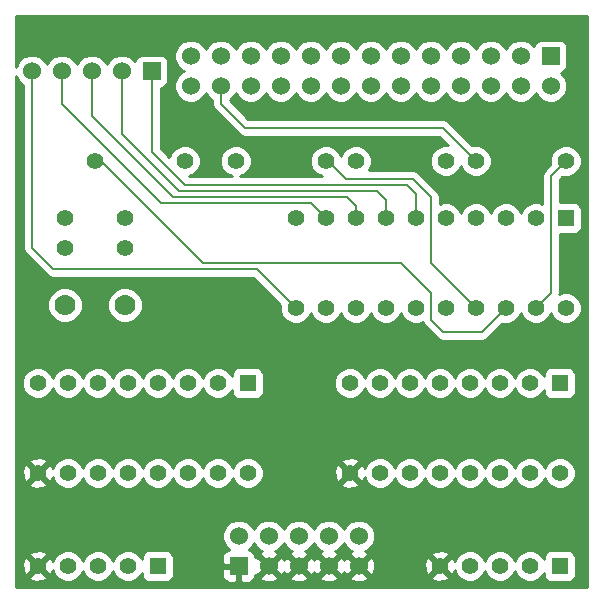
<source format=gtl>
G04 (created by PCBNEW-RS274X (2011-05-25)-stable) date Ut 23. jún 2015, 15:15:57 CEST*
G01*
G70*
G90*
%MOIN*%
G04 Gerber Fmt 3.4, Leading zero omitted, Abs format*
%FSLAX34Y34*%
G04 APERTURE LIST*
%ADD10C,0.006000*%
%ADD11R,0.055000X0.055000*%
%ADD12C,0.055000*%
%ADD13R,0.060000X0.060000*%
%ADD14C,0.060000*%
%ADD15C,0.070000*%
%ADD16C,0.008000*%
%ADD17C,0.010000*%
G04 APERTURE END LIST*
G54D10*
G54D11*
X28300Y-28500D03*
G54D12*
X27300Y-28500D03*
X26300Y-28500D03*
X25300Y-28500D03*
X24300Y-28500D03*
G54D11*
X14900Y-28500D03*
G54D12*
X13900Y-28500D03*
X12900Y-28500D03*
X11900Y-28500D03*
X10900Y-28500D03*
X20500Y-15000D03*
X17500Y-15000D03*
X12800Y-15000D03*
X15800Y-15000D03*
X28500Y-15000D03*
X25500Y-15000D03*
X24500Y-15000D03*
X21500Y-15000D03*
G54D13*
X17600Y-28500D03*
G54D14*
X17600Y-27500D03*
X18600Y-28500D03*
X18600Y-27500D03*
X19600Y-28500D03*
X19600Y-27500D03*
X20600Y-28500D03*
X20600Y-27500D03*
X21600Y-28500D03*
X21600Y-27500D03*
G54D13*
X14700Y-12000D03*
G54D14*
X13700Y-12000D03*
X12700Y-12000D03*
X11700Y-12000D03*
X10700Y-12000D03*
G54D15*
X11800Y-19800D03*
X13800Y-19800D03*
G54D11*
X28500Y-16900D03*
G54D12*
X27500Y-16900D03*
X26500Y-16900D03*
X25500Y-16900D03*
X24500Y-16900D03*
X23500Y-16900D03*
X22500Y-16900D03*
X21500Y-16900D03*
X20500Y-16900D03*
X19500Y-16900D03*
X19500Y-19900D03*
X20500Y-19900D03*
X21500Y-19900D03*
X22500Y-19900D03*
X23500Y-19900D03*
X24500Y-19900D03*
X25500Y-19900D03*
X26500Y-19900D03*
X27500Y-19900D03*
X28500Y-19900D03*
G54D11*
X28300Y-22400D03*
G54D12*
X27300Y-22400D03*
X26300Y-22400D03*
X25300Y-22400D03*
X24300Y-22400D03*
X23300Y-22400D03*
X22300Y-22400D03*
X21300Y-22400D03*
X21300Y-25400D03*
X22300Y-25400D03*
X23300Y-25400D03*
X24300Y-25400D03*
X25300Y-25400D03*
X26300Y-25400D03*
X27300Y-25400D03*
X28300Y-25400D03*
G54D11*
X17900Y-22400D03*
G54D12*
X16900Y-22400D03*
X15900Y-22400D03*
X14900Y-22400D03*
X13900Y-22400D03*
X12900Y-22400D03*
X11900Y-22400D03*
X10900Y-22400D03*
X10900Y-25400D03*
X11900Y-25400D03*
X12900Y-25400D03*
X13900Y-25400D03*
X14900Y-25400D03*
X15900Y-25400D03*
X16900Y-25400D03*
X17900Y-25400D03*
X11800Y-17900D03*
X11800Y-16900D03*
X13800Y-17900D03*
X13800Y-16900D03*
G54D13*
X28000Y-11500D03*
G54D14*
X28000Y-12500D03*
X27000Y-11500D03*
X27000Y-12500D03*
X26000Y-11500D03*
X26000Y-12500D03*
X25000Y-11500D03*
X25000Y-12500D03*
X24000Y-11500D03*
X24000Y-12500D03*
X23000Y-11500D03*
X23000Y-12500D03*
X22000Y-11500D03*
X22000Y-12500D03*
X21000Y-11500D03*
X21000Y-12500D03*
X20000Y-11500D03*
X20000Y-12500D03*
X19000Y-11500D03*
X19000Y-12500D03*
X18000Y-11500D03*
X18000Y-12500D03*
X17000Y-11500D03*
X17000Y-12500D03*
X16000Y-11500D03*
X16000Y-12500D03*
G54D16*
X10700Y-12000D02*
X10700Y-17900D01*
X18200Y-18600D02*
X19500Y-19900D01*
X11400Y-18600D02*
X18200Y-18600D01*
X10700Y-17900D02*
X11400Y-18600D01*
X21500Y-16900D02*
X21500Y-16500D01*
X12700Y-13500D02*
X12700Y-12000D01*
X15400Y-16200D02*
X12700Y-13500D01*
X21200Y-16200D02*
X15400Y-16200D01*
X21500Y-16500D02*
X21200Y-16200D01*
X23500Y-16900D02*
X23500Y-16100D01*
X14700Y-14700D02*
X14700Y-12000D01*
X15800Y-15800D02*
X14700Y-14700D01*
X23200Y-15800D02*
X15800Y-15800D01*
X23500Y-16100D02*
X23200Y-15800D01*
X12800Y-15000D02*
X13000Y-15000D01*
X25700Y-20700D02*
X26500Y-19900D01*
X24400Y-20700D02*
X25700Y-20700D01*
X24000Y-20300D02*
X24400Y-20700D01*
X24000Y-19400D02*
X24000Y-20300D01*
X23000Y-18400D02*
X24000Y-19400D01*
X16400Y-18400D02*
X23000Y-18400D01*
X13000Y-15000D02*
X16400Y-18400D01*
X27500Y-19900D02*
X28000Y-19400D01*
X28000Y-15500D02*
X28500Y-15000D01*
X28000Y-19400D02*
X28000Y-15500D01*
X20500Y-16900D02*
X20000Y-16400D01*
X11700Y-13100D02*
X11700Y-12000D01*
X15000Y-16400D02*
X11700Y-13100D01*
X20000Y-16400D02*
X15000Y-16400D01*
X22500Y-16900D02*
X22500Y-16300D01*
X13700Y-14100D02*
X13700Y-12000D01*
X15600Y-16000D02*
X13700Y-14100D01*
X22200Y-16000D02*
X15600Y-16000D01*
X22500Y-16300D02*
X22200Y-16000D01*
X17000Y-12500D02*
X17000Y-13100D01*
X24400Y-13900D02*
X25500Y-15000D01*
X17800Y-13900D02*
X24400Y-13900D01*
X17000Y-13100D02*
X17800Y-13900D01*
X20500Y-15000D02*
X20582Y-15000D01*
X24000Y-18400D02*
X25500Y-19900D01*
X24000Y-16200D02*
X24000Y-18400D01*
X23400Y-15600D02*
X24000Y-16200D01*
X21182Y-15600D02*
X23400Y-15600D01*
X20582Y-15000D02*
X21182Y-15600D01*
G54D10*
G36*
X29203Y-29203D02*
X28825Y-29203D01*
X28825Y-25505D01*
X28825Y-25296D01*
X28824Y-25293D01*
X28824Y-22725D01*
X28824Y-22626D01*
X28824Y-22076D01*
X28786Y-21984D01*
X28716Y-21914D01*
X28625Y-21876D01*
X28526Y-21876D01*
X27976Y-21876D01*
X27884Y-21914D01*
X27814Y-21984D01*
X27776Y-22075D01*
X27776Y-22174D01*
X27776Y-22177D01*
X27745Y-22103D01*
X27598Y-21955D01*
X27405Y-21875D01*
X27196Y-21875D01*
X27003Y-21955D01*
X26855Y-22102D01*
X26799Y-22235D01*
X26745Y-22103D01*
X26598Y-21955D01*
X26405Y-21875D01*
X26196Y-21875D01*
X26003Y-21955D01*
X25855Y-22102D01*
X25799Y-22235D01*
X25745Y-22103D01*
X25598Y-21955D01*
X25405Y-21875D01*
X25196Y-21875D01*
X25003Y-21955D01*
X24855Y-22102D01*
X24799Y-22235D01*
X24745Y-22103D01*
X24598Y-21955D01*
X24405Y-21875D01*
X24196Y-21875D01*
X24003Y-21955D01*
X23855Y-22102D01*
X23799Y-22235D01*
X23745Y-22103D01*
X23598Y-21955D01*
X23405Y-21875D01*
X23196Y-21875D01*
X23003Y-21955D01*
X22855Y-22102D01*
X22799Y-22235D01*
X22745Y-22103D01*
X22598Y-21955D01*
X22405Y-21875D01*
X22196Y-21875D01*
X22003Y-21955D01*
X21855Y-22102D01*
X21799Y-22235D01*
X21745Y-22103D01*
X21598Y-21955D01*
X21405Y-21875D01*
X21196Y-21875D01*
X21003Y-21955D01*
X20855Y-22102D01*
X20775Y-22295D01*
X20775Y-22504D01*
X20855Y-22697D01*
X21002Y-22845D01*
X21195Y-22925D01*
X21404Y-22925D01*
X21597Y-22845D01*
X21745Y-22698D01*
X21800Y-22564D01*
X21855Y-22697D01*
X22002Y-22845D01*
X22195Y-22925D01*
X22404Y-22925D01*
X22597Y-22845D01*
X22745Y-22698D01*
X22800Y-22564D01*
X22855Y-22697D01*
X23002Y-22845D01*
X23195Y-22925D01*
X23404Y-22925D01*
X23597Y-22845D01*
X23745Y-22698D01*
X23800Y-22564D01*
X23855Y-22697D01*
X24002Y-22845D01*
X24195Y-22925D01*
X24404Y-22925D01*
X24597Y-22845D01*
X24745Y-22698D01*
X24800Y-22564D01*
X24855Y-22697D01*
X25002Y-22845D01*
X25195Y-22925D01*
X25404Y-22925D01*
X25597Y-22845D01*
X25745Y-22698D01*
X25800Y-22564D01*
X25855Y-22697D01*
X26002Y-22845D01*
X26195Y-22925D01*
X26404Y-22925D01*
X26597Y-22845D01*
X26745Y-22698D01*
X26800Y-22564D01*
X26855Y-22697D01*
X27002Y-22845D01*
X27195Y-22925D01*
X27404Y-22925D01*
X27597Y-22845D01*
X27745Y-22698D01*
X27776Y-22623D01*
X27776Y-22724D01*
X27814Y-22816D01*
X27884Y-22886D01*
X27975Y-22924D01*
X28074Y-22924D01*
X28624Y-22924D01*
X28716Y-22886D01*
X28786Y-22816D01*
X28824Y-22725D01*
X28824Y-25293D01*
X28745Y-25103D01*
X28598Y-24955D01*
X28405Y-24875D01*
X28196Y-24875D01*
X28003Y-24955D01*
X27855Y-25102D01*
X27799Y-25235D01*
X27745Y-25103D01*
X27598Y-24955D01*
X27405Y-24875D01*
X27196Y-24875D01*
X27003Y-24955D01*
X26855Y-25102D01*
X26799Y-25235D01*
X26745Y-25103D01*
X26598Y-24955D01*
X26405Y-24875D01*
X26196Y-24875D01*
X26003Y-24955D01*
X25855Y-25102D01*
X25799Y-25235D01*
X25745Y-25103D01*
X25598Y-24955D01*
X25405Y-24875D01*
X25196Y-24875D01*
X25003Y-24955D01*
X24855Y-25102D01*
X24799Y-25235D01*
X24745Y-25103D01*
X24598Y-24955D01*
X24405Y-24875D01*
X24196Y-24875D01*
X24003Y-24955D01*
X23855Y-25102D01*
X23799Y-25235D01*
X23745Y-25103D01*
X23598Y-24955D01*
X23405Y-24875D01*
X23196Y-24875D01*
X23003Y-24955D01*
X22855Y-25102D01*
X22799Y-25235D01*
X22745Y-25103D01*
X22598Y-24955D01*
X22405Y-24875D01*
X22196Y-24875D01*
X22003Y-24955D01*
X21855Y-25102D01*
X21796Y-25242D01*
X21752Y-25133D01*
X21661Y-25110D01*
X21590Y-25181D01*
X21590Y-25039D01*
X21567Y-24948D01*
X21374Y-24881D01*
X21170Y-24892D01*
X21033Y-24948D01*
X21010Y-25039D01*
X21300Y-25329D01*
X21590Y-25039D01*
X21590Y-25181D01*
X21371Y-25400D01*
X21661Y-25690D01*
X21752Y-25667D01*
X21793Y-25548D01*
X21855Y-25697D01*
X22002Y-25845D01*
X22195Y-25925D01*
X22404Y-25925D01*
X22597Y-25845D01*
X22745Y-25698D01*
X22800Y-25564D01*
X22855Y-25697D01*
X23002Y-25845D01*
X23195Y-25925D01*
X23404Y-25925D01*
X23597Y-25845D01*
X23745Y-25698D01*
X23800Y-25564D01*
X23855Y-25697D01*
X24002Y-25845D01*
X24195Y-25925D01*
X24404Y-25925D01*
X24597Y-25845D01*
X24745Y-25698D01*
X24800Y-25564D01*
X24855Y-25697D01*
X25002Y-25845D01*
X25195Y-25925D01*
X25404Y-25925D01*
X25597Y-25845D01*
X25745Y-25698D01*
X25800Y-25564D01*
X25855Y-25697D01*
X26002Y-25845D01*
X26195Y-25925D01*
X26404Y-25925D01*
X26597Y-25845D01*
X26745Y-25698D01*
X26800Y-25564D01*
X26855Y-25697D01*
X27002Y-25845D01*
X27195Y-25925D01*
X27404Y-25925D01*
X27597Y-25845D01*
X27745Y-25698D01*
X27800Y-25564D01*
X27855Y-25697D01*
X28002Y-25845D01*
X28195Y-25925D01*
X28404Y-25925D01*
X28597Y-25845D01*
X28745Y-25698D01*
X28825Y-25505D01*
X28825Y-29203D01*
X28824Y-29203D01*
X28824Y-28825D01*
X28824Y-28726D01*
X28824Y-28176D01*
X28786Y-28084D01*
X28716Y-28014D01*
X28625Y-27976D01*
X28526Y-27976D01*
X27976Y-27976D01*
X27884Y-28014D01*
X27814Y-28084D01*
X27776Y-28175D01*
X27776Y-28274D01*
X27776Y-28277D01*
X27745Y-28203D01*
X27598Y-28055D01*
X27405Y-27975D01*
X27196Y-27975D01*
X27003Y-28055D01*
X26855Y-28202D01*
X26799Y-28335D01*
X26745Y-28203D01*
X26598Y-28055D01*
X26405Y-27975D01*
X26196Y-27975D01*
X26003Y-28055D01*
X25855Y-28202D01*
X25799Y-28335D01*
X25745Y-28203D01*
X25598Y-28055D01*
X25405Y-27975D01*
X25196Y-27975D01*
X25003Y-28055D01*
X24855Y-28202D01*
X24796Y-28342D01*
X24752Y-28233D01*
X24661Y-28210D01*
X24590Y-28281D01*
X24590Y-28139D01*
X24567Y-28048D01*
X24374Y-27981D01*
X24170Y-27992D01*
X24033Y-28048D01*
X24010Y-28139D01*
X24300Y-28429D01*
X24590Y-28139D01*
X24590Y-28281D01*
X24371Y-28500D01*
X24661Y-28790D01*
X24752Y-28767D01*
X24793Y-28648D01*
X24855Y-28797D01*
X25002Y-28945D01*
X25195Y-29025D01*
X25404Y-29025D01*
X25597Y-28945D01*
X25745Y-28798D01*
X25800Y-28664D01*
X25855Y-28797D01*
X26002Y-28945D01*
X26195Y-29025D01*
X26404Y-29025D01*
X26597Y-28945D01*
X26745Y-28798D01*
X26800Y-28664D01*
X26855Y-28797D01*
X27002Y-28945D01*
X27195Y-29025D01*
X27404Y-29025D01*
X27597Y-28945D01*
X27745Y-28798D01*
X27776Y-28723D01*
X27776Y-28824D01*
X27814Y-28916D01*
X27884Y-28986D01*
X27975Y-29024D01*
X28074Y-29024D01*
X28624Y-29024D01*
X28716Y-28986D01*
X28786Y-28916D01*
X28824Y-28825D01*
X28824Y-29203D01*
X24590Y-29203D01*
X24590Y-28861D01*
X24300Y-28571D01*
X24229Y-28642D01*
X24229Y-28500D01*
X23939Y-28210D01*
X23848Y-28233D01*
X23781Y-28426D01*
X23792Y-28630D01*
X23848Y-28767D01*
X23939Y-28790D01*
X24229Y-28500D01*
X24229Y-28642D01*
X24010Y-28861D01*
X24033Y-28952D01*
X24226Y-29019D01*
X24430Y-29008D01*
X24567Y-28952D01*
X24590Y-28861D01*
X24590Y-29203D01*
X22149Y-29203D01*
X22149Y-27609D01*
X22149Y-27391D01*
X22065Y-27189D01*
X21911Y-27035D01*
X21709Y-26951D01*
X21590Y-26951D01*
X21590Y-25761D01*
X21300Y-25471D01*
X21229Y-25542D01*
X21229Y-25400D01*
X20939Y-25110D01*
X20848Y-25133D01*
X20781Y-25326D01*
X20792Y-25530D01*
X20848Y-25667D01*
X20939Y-25690D01*
X21229Y-25400D01*
X21229Y-25542D01*
X21010Y-25761D01*
X21033Y-25852D01*
X21226Y-25919D01*
X21430Y-25908D01*
X21567Y-25852D01*
X21590Y-25761D01*
X21590Y-26951D01*
X21491Y-26951D01*
X21289Y-27035D01*
X21135Y-27189D01*
X21100Y-27273D01*
X21065Y-27189D01*
X20911Y-27035D01*
X20709Y-26951D01*
X20491Y-26951D01*
X20289Y-27035D01*
X20135Y-27189D01*
X20100Y-27273D01*
X20065Y-27189D01*
X19911Y-27035D01*
X19709Y-26951D01*
X19491Y-26951D01*
X19289Y-27035D01*
X19135Y-27189D01*
X19100Y-27273D01*
X19065Y-27189D01*
X18911Y-27035D01*
X18709Y-26951D01*
X18491Y-26951D01*
X18425Y-26978D01*
X18425Y-25505D01*
X18425Y-25296D01*
X18424Y-25293D01*
X18424Y-22725D01*
X18424Y-22626D01*
X18424Y-22076D01*
X18386Y-21984D01*
X18316Y-21914D01*
X18225Y-21876D01*
X18126Y-21876D01*
X17576Y-21876D01*
X17484Y-21914D01*
X17414Y-21984D01*
X17376Y-22075D01*
X17376Y-22174D01*
X17376Y-22177D01*
X17345Y-22103D01*
X17198Y-21955D01*
X17005Y-21875D01*
X16796Y-21875D01*
X16603Y-21955D01*
X16455Y-22102D01*
X16399Y-22235D01*
X16345Y-22103D01*
X16198Y-21955D01*
X16005Y-21875D01*
X15796Y-21875D01*
X15603Y-21955D01*
X15455Y-22102D01*
X15399Y-22235D01*
X15345Y-22103D01*
X15198Y-21955D01*
X15005Y-21875D01*
X14796Y-21875D01*
X14603Y-21955D01*
X14455Y-22102D01*
X14399Y-22235D01*
X14399Y-19919D01*
X14399Y-19681D01*
X14308Y-19461D01*
X14139Y-19292D01*
X13919Y-19201D01*
X13681Y-19201D01*
X13461Y-19292D01*
X13292Y-19461D01*
X13201Y-19681D01*
X13201Y-19919D01*
X13292Y-20139D01*
X13461Y-20308D01*
X13681Y-20399D01*
X13919Y-20399D01*
X14139Y-20308D01*
X14308Y-20139D01*
X14399Y-19919D01*
X14399Y-22235D01*
X14345Y-22103D01*
X14198Y-21955D01*
X14005Y-21875D01*
X13796Y-21875D01*
X13603Y-21955D01*
X13455Y-22102D01*
X13399Y-22235D01*
X13345Y-22103D01*
X13198Y-21955D01*
X13005Y-21875D01*
X12796Y-21875D01*
X12603Y-21955D01*
X12455Y-22102D01*
X12399Y-22235D01*
X12399Y-19919D01*
X12399Y-19681D01*
X12308Y-19461D01*
X12139Y-19292D01*
X11919Y-19201D01*
X11681Y-19201D01*
X11461Y-19292D01*
X11292Y-19461D01*
X11201Y-19681D01*
X11201Y-19919D01*
X11292Y-20139D01*
X11461Y-20308D01*
X11681Y-20399D01*
X11919Y-20399D01*
X12139Y-20308D01*
X12308Y-20139D01*
X12399Y-19919D01*
X12399Y-22235D01*
X12345Y-22103D01*
X12198Y-21955D01*
X12005Y-21875D01*
X11796Y-21875D01*
X11603Y-21955D01*
X11455Y-22102D01*
X11399Y-22235D01*
X11345Y-22103D01*
X11198Y-21955D01*
X11005Y-21875D01*
X10796Y-21875D01*
X10603Y-21955D01*
X10455Y-22102D01*
X10375Y-22295D01*
X10375Y-22504D01*
X10455Y-22697D01*
X10602Y-22845D01*
X10795Y-22925D01*
X11004Y-22925D01*
X11197Y-22845D01*
X11345Y-22698D01*
X11400Y-22564D01*
X11455Y-22697D01*
X11602Y-22845D01*
X11795Y-22925D01*
X12004Y-22925D01*
X12197Y-22845D01*
X12345Y-22698D01*
X12400Y-22564D01*
X12455Y-22697D01*
X12602Y-22845D01*
X12795Y-22925D01*
X13004Y-22925D01*
X13197Y-22845D01*
X13345Y-22698D01*
X13400Y-22564D01*
X13455Y-22697D01*
X13602Y-22845D01*
X13795Y-22925D01*
X14004Y-22925D01*
X14197Y-22845D01*
X14345Y-22698D01*
X14400Y-22564D01*
X14455Y-22697D01*
X14602Y-22845D01*
X14795Y-22925D01*
X15004Y-22925D01*
X15197Y-22845D01*
X15345Y-22698D01*
X15400Y-22564D01*
X15455Y-22697D01*
X15602Y-22845D01*
X15795Y-22925D01*
X16004Y-22925D01*
X16197Y-22845D01*
X16345Y-22698D01*
X16400Y-22564D01*
X16455Y-22697D01*
X16602Y-22845D01*
X16795Y-22925D01*
X17004Y-22925D01*
X17197Y-22845D01*
X17345Y-22698D01*
X17376Y-22623D01*
X17376Y-22724D01*
X17414Y-22816D01*
X17484Y-22886D01*
X17575Y-22924D01*
X17674Y-22924D01*
X18224Y-22924D01*
X18316Y-22886D01*
X18386Y-22816D01*
X18424Y-22725D01*
X18424Y-25293D01*
X18345Y-25103D01*
X18198Y-24955D01*
X18005Y-24875D01*
X17796Y-24875D01*
X17603Y-24955D01*
X17455Y-25102D01*
X17399Y-25235D01*
X17345Y-25103D01*
X17198Y-24955D01*
X17005Y-24875D01*
X16796Y-24875D01*
X16603Y-24955D01*
X16455Y-25102D01*
X16399Y-25235D01*
X16345Y-25103D01*
X16198Y-24955D01*
X16005Y-24875D01*
X15796Y-24875D01*
X15603Y-24955D01*
X15455Y-25102D01*
X15399Y-25235D01*
X15345Y-25103D01*
X15198Y-24955D01*
X15005Y-24875D01*
X14796Y-24875D01*
X14603Y-24955D01*
X14455Y-25102D01*
X14399Y-25235D01*
X14345Y-25103D01*
X14198Y-24955D01*
X14005Y-24875D01*
X13796Y-24875D01*
X13603Y-24955D01*
X13455Y-25102D01*
X13399Y-25235D01*
X13345Y-25103D01*
X13198Y-24955D01*
X13005Y-24875D01*
X12796Y-24875D01*
X12603Y-24955D01*
X12455Y-25102D01*
X12399Y-25235D01*
X12345Y-25103D01*
X12198Y-24955D01*
X12005Y-24875D01*
X11796Y-24875D01*
X11603Y-24955D01*
X11455Y-25102D01*
X11396Y-25242D01*
X11352Y-25133D01*
X11261Y-25110D01*
X11190Y-25181D01*
X11190Y-25039D01*
X11167Y-24948D01*
X10974Y-24881D01*
X10770Y-24892D01*
X10633Y-24948D01*
X10610Y-25039D01*
X10900Y-25329D01*
X11190Y-25039D01*
X11190Y-25181D01*
X10971Y-25400D01*
X11261Y-25690D01*
X11352Y-25667D01*
X11393Y-25548D01*
X11455Y-25697D01*
X11602Y-25845D01*
X11795Y-25925D01*
X12004Y-25925D01*
X12197Y-25845D01*
X12345Y-25698D01*
X12400Y-25564D01*
X12455Y-25697D01*
X12602Y-25845D01*
X12795Y-25925D01*
X13004Y-25925D01*
X13197Y-25845D01*
X13345Y-25698D01*
X13400Y-25564D01*
X13455Y-25697D01*
X13602Y-25845D01*
X13795Y-25925D01*
X14004Y-25925D01*
X14197Y-25845D01*
X14345Y-25698D01*
X14400Y-25564D01*
X14455Y-25697D01*
X14602Y-25845D01*
X14795Y-25925D01*
X15004Y-25925D01*
X15197Y-25845D01*
X15345Y-25698D01*
X15400Y-25564D01*
X15455Y-25697D01*
X15602Y-25845D01*
X15795Y-25925D01*
X16004Y-25925D01*
X16197Y-25845D01*
X16345Y-25698D01*
X16400Y-25564D01*
X16455Y-25697D01*
X16602Y-25845D01*
X16795Y-25925D01*
X17004Y-25925D01*
X17197Y-25845D01*
X17345Y-25698D01*
X17400Y-25564D01*
X17455Y-25697D01*
X17602Y-25845D01*
X17795Y-25925D01*
X18004Y-25925D01*
X18197Y-25845D01*
X18345Y-25698D01*
X18425Y-25505D01*
X18425Y-26978D01*
X18289Y-27035D01*
X18135Y-27189D01*
X18100Y-27273D01*
X18065Y-27189D01*
X17911Y-27035D01*
X17709Y-26951D01*
X17491Y-26951D01*
X17289Y-27035D01*
X17135Y-27189D01*
X17051Y-27391D01*
X17051Y-27609D01*
X17135Y-27811D01*
X17274Y-27950D01*
X17251Y-27951D01*
X17159Y-27989D01*
X17089Y-28059D01*
X17051Y-28150D01*
X17051Y-28249D01*
X17050Y-28388D01*
X17112Y-28450D01*
X17500Y-28450D01*
X17550Y-28450D01*
X17650Y-28450D01*
X17650Y-28550D01*
X17650Y-28600D01*
X17650Y-28988D01*
X17712Y-29050D01*
X17949Y-29049D01*
X18041Y-29011D01*
X18111Y-28941D01*
X18149Y-28850D01*
X18149Y-28787D01*
X18222Y-28808D01*
X18529Y-28500D01*
X18222Y-28192D01*
X18149Y-28212D01*
X18149Y-28150D01*
X18111Y-28059D01*
X18041Y-27989D01*
X17949Y-27951D01*
X17925Y-27950D01*
X18065Y-27811D01*
X18100Y-27726D01*
X18135Y-27811D01*
X18289Y-27965D01*
X18380Y-28002D01*
X18319Y-28028D01*
X18292Y-28122D01*
X18600Y-28429D01*
X18908Y-28122D01*
X18881Y-28028D01*
X18815Y-28004D01*
X18911Y-27965D01*
X19065Y-27811D01*
X19100Y-27726D01*
X19135Y-27811D01*
X19289Y-27965D01*
X19380Y-28002D01*
X19319Y-28028D01*
X19292Y-28122D01*
X19600Y-28429D01*
X19908Y-28122D01*
X19881Y-28028D01*
X19815Y-28004D01*
X19911Y-27965D01*
X20065Y-27811D01*
X20100Y-27726D01*
X20135Y-27811D01*
X20289Y-27965D01*
X20380Y-28002D01*
X20319Y-28028D01*
X20292Y-28122D01*
X20600Y-28429D01*
X20908Y-28122D01*
X20881Y-28028D01*
X20815Y-28004D01*
X20911Y-27965D01*
X21065Y-27811D01*
X21100Y-27726D01*
X21135Y-27811D01*
X21289Y-27965D01*
X21380Y-28002D01*
X21319Y-28028D01*
X21292Y-28122D01*
X21600Y-28429D01*
X21908Y-28122D01*
X21881Y-28028D01*
X21815Y-28004D01*
X21911Y-27965D01*
X22065Y-27811D01*
X22149Y-27609D01*
X22149Y-29203D01*
X22143Y-29203D01*
X22143Y-28579D01*
X22132Y-28366D01*
X22072Y-28219D01*
X21978Y-28192D01*
X21671Y-28500D01*
X21978Y-28808D01*
X22072Y-28781D01*
X22143Y-28579D01*
X22143Y-29203D01*
X21908Y-29203D01*
X21908Y-28878D01*
X21600Y-28571D01*
X21529Y-28641D01*
X21529Y-28500D01*
X21222Y-28192D01*
X21128Y-28219D01*
X21102Y-28292D01*
X21072Y-28219D01*
X20978Y-28192D01*
X20671Y-28500D01*
X20978Y-28808D01*
X21072Y-28781D01*
X21097Y-28707D01*
X21128Y-28781D01*
X21222Y-28808D01*
X21529Y-28500D01*
X21529Y-28641D01*
X21292Y-28878D01*
X21319Y-28972D01*
X21521Y-29043D01*
X21734Y-29032D01*
X21881Y-28972D01*
X21908Y-28878D01*
X21908Y-29203D01*
X20908Y-29203D01*
X20908Y-28878D01*
X20600Y-28571D01*
X20529Y-28641D01*
X20529Y-28500D01*
X20222Y-28192D01*
X20128Y-28219D01*
X20102Y-28292D01*
X20072Y-28219D01*
X19978Y-28192D01*
X19671Y-28500D01*
X19978Y-28808D01*
X20072Y-28781D01*
X20097Y-28707D01*
X20128Y-28781D01*
X20222Y-28808D01*
X20529Y-28500D01*
X20529Y-28641D01*
X20292Y-28878D01*
X20319Y-28972D01*
X20521Y-29043D01*
X20734Y-29032D01*
X20881Y-28972D01*
X20908Y-28878D01*
X20908Y-29203D01*
X19908Y-29203D01*
X19908Y-28878D01*
X19600Y-28571D01*
X19529Y-28641D01*
X19529Y-28500D01*
X19222Y-28192D01*
X19128Y-28219D01*
X19102Y-28292D01*
X19072Y-28219D01*
X18978Y-28192D01*
X18671Y-28500D01*
X18978Y-28808D01*
X19072Y-28781D01*
X19097Y-28707D01*
X19128Y-28781D01*
X19222Y-28808D01*
X19529Y-28500D01*
X19529Y-28641D01*
X19292Y-28878D01*
X19319Y-28972D01*
X19521Y-29043D01*
X19734Y-29032D01*
X19881Y-28972D01*
X19908Y-28878D01*
X19908Y-29203D01*
X18908Y-29203D01*
X18908Y-28878D01*
X18600Y-28571D01*
X18292Y-28878D01*
X18319Y-28972D01*
X18521Y-29043D01*
X18734Y-29032D01*
X18881Y-28972D01*
X18908Y-28878D01*
X18908Y-29203D01*
X17550Y-29203D01*
X17550Y-28988D01*
X17550Y-28550D01*
X17112Y-28550D01*
X17050Y-28612D01*
X17051Y-28751D01*
X17051Y-28850D01*
X17089Y-28941D01*
X17159Y-29011D01*
X17251Y-29049D01*
X17488Y-29050D01*
X17550Y-28988D01*
X17550Y-29203D01*
X15424Y-29203D01*
X15424Y-28825D01*
X15424Y-28726D01*
X15424Y-28176D01*
X15386Y-28084D01*
X15316Y-28014D01*
X15225Y-27976D01*
X15126Y-27976D01*
X14576Y-27976D01*
X14484Y-28014D01*
X14414Y-28084D01*
X14376Y-28175D01*
X14376Y-28274D01*
X14376Y-28277D01*
X14345Y-28203D01*
X14198Y-28055D01*
X14005Y-27975D01*
X13796Y-27975D01*
X13603Y-28055D01*
X13455Y-28202D01*
X13399Y-28335D01*
X13345Y-28203D01*
X13198Y-28055D01*
X13005Y-27975D01*
X12796Y-27975D01*
X12603Y-28055D01*
X12455Y-28202D01*
X12399Y-28335D01*
X12345Y-28203D01*
X12198Y-28055D01*
X12005Y-27975D01*
X11796Y-27975D01*
X11603Y-28055D01*
X11455Y-28202D01*
X11396Y-28342D01*
X11352Y-28233D01*
X11261Y-28210D01*
X11190Y-28281D01*
X11190Y-28139D01*
X11190Y-25761D01*
X10900Y-25471D01*
X10829Y-25542D01*
X10829Y-25400D01*
X10539Y-25110D01*
X10448Y-25133D01*
X10381Y-25326D01*
X10392Y-25530D01*
X10448Y-25667D01*
X10539Y-25690D01*
X10829Y-25400D01*
X10829Y-25542D01*
X10610Y-25761D01*
X10633Y-25852D01*
X10826Y-25919D01*
X11030Y-25908D01*
X11167Y-25852D01*
X11190Y-25761D01*
X11190Y-28139D01*
X11167Y-28048D01*
X10974Y-27981D01*
X10770Y-27992D01*
X10633Y-28048D01*
X10610Y-28139D01*
X10900Y-28429D01*
X11190Y-28139D01*
X11190Y-28281D01*
X10971Y-28500D01*
X11261Y-28790D01*
X11352Y-28767D01*
X11393Y-28648D01*
X11455Y-28797D01*
X11602Y-28945D01*
X11795Y-29025D01*
X12004Y-29025D01*
X12197Y-28945D01*
X12345Y-28798D01*
X12400Y-28664D01*
X12455Y-28797D01*
X12602Y-28945D01*
X12795Y-29025D01*
X13004Y-29025D01*
X13197Y-28945D01*
X13345Y-28798D01*
X13400Y-28664D01*
X13455Y-28797D01*
X13602Y-28945D01*
X13795Y-29025D01*
X14004Y-29025D01*
X14197Y-28945D01*
X14345Y-28798D01*
X14376Y-28723D01*
X14376Y-28824D01*
X14414Y-28916D01*
X14484Y-28986D01*
X14575Y-29024D01*
X14674Y-29024D01*
X15224Y-29024D01*
X15316Y-28986D01*
X15386Y-28916D01*
X15424Y-28825D01*
X15424Y-29203D01*
X11190Y-29203D01*
X11190Y-28861D01*
X10900Y-28571D01*
X10829Y-28642D01*
X10829Y-28500D01*
X10539Y-28210D01*
X10448Y-28233D01*
X10381Y-28426D01*
X10392Y-28630D01*
X10448Y-28767D01*
X10539Y-28790D01*
X10829Y-28500D01*
X10829Y-28642D01*
X10610Y-28861D01*
X10633Y-28952D01*
X10826Y-29019D01*
X11030Y-29008D01*
X11167Y-28952D01*
X11190Y-28861D01*
X11190Y-29203D01*
X10168Y-29203D01*
X10168Y-12149D01*
X10235Y-12311D01*
X10389Y-12465D01*
X10410Y-12473D01*
X10410Y-17900D01*
X10432Y-18011D01*
X10495Y-18105D01*
X11194Y-18804D01*
X11195Y-18805D01*
X11288Y-18867D01*
X11289Y-18868D01*
X11399Y-18889D01*
X11400Y-18890D01*
X18080Y-18890D01*
X18977Y-19787D01*
X18975Y-19795D01*
X18975Y-20004D01*
X19055Y-20197D01*
X19202Y-20345D01*
X19395Y-20425D01*
X19604Y-20425D01*
X19797Y-20345D01*
X19945Y-20198D01*
X20000Y-20064D01*
X20055Y-20197D01*
X20202Y-20345D01*
X20395Y-20425D01*
X20604Y-20425D01*
X20797Y-20345D01*
X20945Y-20198D01*
X21000Y-20064D01*
X21055Y-20197D01*
X21202Y-20345D01*
X21395Y-20425D01*
X21604Y-20425D01*
X21797Y-20345D01*
X21945Y-20198D01*
X22000Y-20064D01*
X22055Y-20197D01*
X22202Y-20345D01*
X22395Y-20425D01*
X22604Y-20425D01*
X22797Y-20345D01*
X22945Y-20198D01*
X23000Y-20064D01*
X23055Y-20197D01*
X23202Y-20345D01*
X23395Y-20425D01*
X23604Y-20425D01*
X23724Y-20374D01*
X23732Y-20411D01*
X23795Y-20505D01*
X24194Y-20905D01*
X24195Y-20905D01*
X24288Y-20968D01*
X24289Y-20968D01*
X24306Y-20971D01*
X24400Y-20990D01*
X25700Y-20990D01*
X25811Y-20968D01*
X25905Y-20905D01*
X26387Y-20422D01*
X26395Y-20425D01*
X26604Y-20425D01*
X26797Y-20345D01*
X26945Y-20198D01*
X27000Y-20064D01*
X27055Y-20197D01*
X27202Y-20345D01*
X27395Y-20425D01*
X27604Y-20425D01*
X27797Y-20345D01*
X27945Y-20198D01*
X28000Y-20064D01*
X28055Y-20197D01*
X28202Y-20345D01*
X28395Y-20425D01*
X28604Y-20425D01*
X28797Y-20345D01*
X28945Y-20198D01*
X29025Y-20005D01*
X29025Y-19796D01*
X28945Y-19603D01*
X28798Y-19455D01*
X28605Y-19375D01*
X28396Y-19375D01*
X28285Y-19420D01*
X28290Y-19400D01*
X28290Y-17424D01*
X28824Y-17424D01*
X28916Y-17386D01*
X28986Y-17316D01*
X29024Y-17225D01*
X29024Y-17126D01*
X29024Y-16576D01*
X28986Y-16484D01*
X28916Y-16414D01*
X28825Y-16376D01*
X28726Y-16376D01*
X28290Y-16376D01*
X28290Y-15620D01*
X28387Y-15522D01*
X28395Y-15525D01*
X28604Y-15525D01*
X28797Y-15445D01*
X28945Y-15298D01*
X29025Y-15105D01*
X29025Y-14896D01*
X28945Y-14703D01*
X28798Y-14555D01*
X28605Y-14475D01*
X28549Y-14475D01*
X28549Y-12609D01*
X28549Y-12391D01*
X28465Y-12189D01*
X28325Y-12049D01*
X28349Y-12049D01*
X28441Y-12011D01*
X28511Y-11941D01*
X28549Y-11850D01*
X28549Y-11751D01*
X28549Y-11151D01*
X28511Y-11059D01*
X28441Y-10989D01*
X28350Y-10951D01*
X28251Y-10951D01*
X27651Y-10951D01*
X27559Y-10989D01*
X27489Y-11059D01*
X27451Y-11150D01*
X27451Y-11175D01*
X27311Y-11035D01*
X27109Y-10951D01*
X26891Y-10951D01*
X26689Y-11035D01*
X26535Y-11189D01*
X26500Y-11273D01*
X26465Y-11189D01*
X26311Y-11035D01*
X26109Y-10951D01*
X25891Y-10951D01*
X25689Y-11035D01*
X25535Y-11189D01*
X25500Y-11273D01*
X25465Y-11189D01*
X25311Y-11035D01*
X25109Y-10951D01*
X24891Y-10951D01*
X24689Y-11035D01*
X24535Y-11189D01*
X24500Y-11273D01*
X24465Y-11189D01*
X24311Y-11035D01*
X24109Y-10951D01*
X23891Y-10951D01*
X23689Y-11035D01*
X23535Y-11189D01*
X23500Y-11273D01*
X23465Y-11189D01*
X23311Y-11035D01*
X23109Y-10951D01*
X22891Y-10951D01*
X22689Y-11035D01*
X22535Y-11189D01*
X22500Y-11273D01*
X22465Y-11189D01*
X22311Y-11035D01*
X22109Y-10951D01*
X21891Y-10951D01*
X21689Y-11035D01*
X21535Y-11189D01*
X21500Y-11273D01*
X21465Y-11189D01*
X21311Y-11035D01*
X21109Y-10951D01*
X20891Y-10951D01*
X20689Y-11035D01*
X20535Y-11189D01*
X20500Y-11273D01*
X20465Y-11189D01*
X20311Y-11035D01*
X20109Y-10951D01*
X19891Y-10951D01*
X19689Y-11035D01*
X19535Y-11189D01*
X19500Y-11273D01*
X19465Y-11189D01*
X19311Y-11035D01*
X19109Y-10951D01*
X18891Y-10951D01*
X18689Y-11035D01*
X18535Y-11189D01*
X18500Y-11273D01*
X18465Y-11189D01*
X18311Y-11035D01*
X18109Y-10951D01*
X17891Y-10951D01*
X17689Y-11035D01*
X17535Y-11189D01*
X17500Y-11273D01*
X17465Y-11189D01*
X17311Y-11035D01*
X17109Y-10951D01*
X16891Y-10951D01*
X16689Y-11035D01*
X16535Y-11189D01*
X16500Y-11273D01*
X16465Y-11189D01*
X16311Y-11035D01*
X16109Y-10951D01*
X15891Y-10951D01*
X15689Y-11035D01*
X15535Y-11189D01*
X15451Y-11391D01*
X15451Y-11609D01*
X15535Y-11811D01*
X15689Y-11965D01*
X15773Y-12000D01*
X15689Y-12035D01*
X15535Y-12189D01*
X15451Y-12391D01*
X15451Y-12609D01*
X15535Y-12811D01*
X15689Y-12965D01*
X15891Y-13049D01*
X16109Y-13049D01*
X16311Y-12965D01*
X16465Y-12811D01*
X16500Y-12726D01*
X16535Y-12811D01*
X16689Y-12965D01*
X16710Y-12973D01*
X16710Y-13100D01*
X16732Y-13211D01*
X16795Y-13305D01*
X17595Y-14105D01*
X17689Y-14168D01*
X17800Y-14190D01*
X24279Y-14190D01*
X24564Y-14475D01*
X24396Y-14475D01*
X24203Y-14555D01*
X24055Y-14702D01*
X23975Y-14895D01*
X23975Y-15104D01*
X24055Y-15297D01*
X24202Y-15445D01*
X24395Y-15525D01*
X24604Y-15525D01*
X24797Y-15445D01*
X24945Y-15298D01*
X25000Y-15164D01*
X25055Y-15297D01*
X25202Y-15445D01*
X25395Y-15525D01*
X25604Y-15525D01*
X25797Y-15445D01*
X25945Y-15298D01*
X26025Y-15105D01*
X26025Y-14896D01*
X25945Y-14703D01*
X25798Y-14555D01*
X25605Y-14475D01*
X25396Y-14475D01*
X25388Y-14478D01*
X24605Y-13695D01*
X24511Y-13632D01*
X24400Y-13610D01*
X17920Y-13610D01*
X17290Y-12980D01*
X17290Y-12973D01*
X17311Y-12965D01*
X17465Y-12811D01*
X17500Y-12726D01*
X17535Y-12811D01*
X17689Y-12965D01*
X17891Y-13049D01*
X18109Y-13049D01*
X18311Y-12965D01*
X18465Y-12811D01*
X18500Y-12726D01*
X18535Y-12811D01*
X18689Y-12965D01*
X18891Y-13049D01*
X19109Y-13049D01*
X19311Y-12965D01*
X19465Y-12811D01*
X19500Y-12726D01*
X19535Y-12811D01*
X19689Y-12965D01*
X19891Y-13049D01*
X20109Y-13049D01*
X20311Y-12965D01*
X20465Y-12811D01*
X20500Y-12726D01*
X20535Y-12811D01*
X20689Y-12965D01*
X20891Y-13049D01*
X21109Y-13049D01*
X21311Y-12965D01*
X21465Y-12811D01*
X21500Y-12726D01*
X21535Y-12811D01*
X21689Y-12965D01*
X21891Y-13049D01*
X22109Y-13049D01*
X22311Y-12965D01*
X22465Y-12811D01*
X22500Y-12726D01*
X22535Y-12811D01*
X22689Y-12965D01*
X22891Y-13049D01*
X23109Y-13049D01*
X23311Y-12965D01*
X23465Y-12811D01*
X23500Y-12726D01*
X23535Y-12811D01*
X23689Y-12965D01*
X23891Y-13049D01*
X24109Y-13049D01*
X24311Y-12965D01*
X24465Y-12811D01*
X24500Y-12726D01*
X24535Y-12811D01*
X24689Y-12965D01*
X24891Y-13049D01*
X25109Y-13049D01*
X25311Y-12965D01*
X25465Y-12811D01*
X25500Y-12726D01*
X25535Y-12811D01*
X25689Y-12965D01*
X25891Y-13049D01*
X26109Y-13049D01*
X26311Y-12965D01*
X26465Y-12811D01*
X26500Y-12726D01*
X26535Y-12811D01*
X26689Y-12965D01*
X26891Y-13049D01*
X27109Y-13049D01*
X27311Y-12965D01*
X27465Y-12811D01*
X27500Y-12726D01*
X27535Y-12811D01*
X27689Y-12965D01*
X27891Y-13049D01*
X28109Y-13049D01*
X28311Y-12965D01*
X28465Y-12811D01*
X28549Y-12609D01*
X28549Y-14475D01*
X28396Y-14475D01*
X28203Y-14555D01*
X28055Y-14702D01*
X27975Y-14895D01*
X27975Y-15104D01*
X27978Y-15111D01*
X27795Y-15295D01*
X27732Y-15389D01*
X27710Y-15500D01*
X27710Y-16418D01*
X27605Y-16375D01*
X27396Y-16375D01*
X27203Y-16455D01*
X27055Y-16602D01*
X26999Y-16735D01*
X26945Y-16603D01*
X26798Y-16455D01*
X26605Y-16375D01*
X26396Y-16375D01*
X26203Y-16455D01*
X26055Y-16602D01*
X25999Y-16735D01*
X25945Y-16603D01*
X25798Y-16455D01*
X25605Y-16375D01*
X25396Y-16375D01*
X25203Y-16455D01*
X25055Y-16602D01*
X24999Y-16735D01*
X24945Y-16603D01*
X24798Y-16455D01*
X24605Y-16375D01*
X24396Y-16375D01*
X24290Y-16418D01*
X24290Y-16200D01*
X24268Y-16089D01*
X24205Y-15995D01*
X23605Y-15395D01*
X23511Y-15332D01*
X23400Y-15310D01*
X21932Y-15310D01*
X21945Y-15298D01*
X22025Y-15105D01*
X22025Y-14896D01*
X21945Y-14703D01*
X21798Y-14555D01*
X21605Y-14475D01*
X21396Y-14475D01*
X21203Y-14555D01*
X21055Y-14702D01*
X20999Y-14835D01*
X20945Y-14703D01*
X20798Y-14555D01*
X20605Y-14475D01*
X20396Y-14475D01*
X20203Y-14555D01*
X20055Y-14702D01*
X19975Y-14895D01*
X19975Y-15104D01*
X20055Y-15297D01*
X20202Y-15445D01*
X20358Y-15510D01*
X17640Y-15510D01*
X17797Y-15445D01*
X17945Y-15298D01*
X18025Y-15105D01*
X18025Y-14896D01*
X17945Y-14703D01*
X17798Y-14555D01*
X17605Y-14475D01*
X17396Y-14475D01*
X17203Y-14555D01*
X17055Y-14702D01*
X16975Y-14895D01*
X16975Y-15104D01*
X17055Y-15297D01*
X17202Y-15445D01*
X17358Y-15510D01*
X15940Y-15510D01*
X16097Y-15445D01*
X16245Y-15298D01*
X16325Y-15105D01*
X16325Y-14896D01*
X16245Y-14703D01*
X16098Y-14555D01*
X15905Y-14475D01*
X15696Y-14475D01*
X15503Y-14555D01*
X15355Y-14702D01*
X15283Y-14873D01*
X14990Y-14579D01*
X14990Y-12549D01*
X15049Y-12549D01*
X15141Y-12511D01*
X15211Y-12441D01*
X15249Y-12350D01*
X15249Y-12251D01*
X15249Y-11651D01*
X15211Y-11559D01*
X15141Y-11489D01*
X15050Y-11451D01*
X14951Y-11451D01*
X14351Y-11451D01*
X14259Y-11489D01*
X14189Y-11559D01*
X14151Y-11650D01*
X14151Y-11675D01*
X14011Y-11535D01*
X13809Y-11451D01*
X13591Y-11451D01*
X13389Y-11535D01*
X13235Y-11689D01*
X13200Y-11773D01*
X13165Y-11689D01*
X13011Y-11535D01*
X12809Y-11451D01*
X12591Y-11451D01*
X12389Y-11535D01*
X12235Y-11689D01*
X12200Y-11773D01*
X12165Y-11689D01*
X12011Y-11535D01*
X11809Y-11451D01*
X11591Y-11451D01*
X11389Y-11535D01*
X11235Y-11689D01*
X11200Y-11773D01*
X11165Y-11689D01*
X11011Y-11535D01*
X10809Y-11451D01*
X10591Y-11451D01*
X10389Y-11535D01*
X10235Y-11689D01*
X10168Y-11850D01*
X10168Y-10168D01*
X29203Y-10168D01*
X29203Y-29203D01*
X29203Y-29203D01*
G37*
G54D17*
X29203Y-29203D02*
X28825Y-29203D01*
X28825Y-25505D01*
X28825Y-25296D01*
X28824Y-25293D01*
X28824Y-22725D01*
X28824Y-22626D01*
X28824Y-22076D01*
X28786Y-21984D01*
X28716Y-21914D01*
X28625Y-21876D01*
X28526Y-21876D01*
X27976Y-21876D01*
X27884Y-21914D01*
X27814Y-21984D01*
X27776Y-22075D01*
X27776Y-22174D01*
X27776Y-22177D01*
X27745Y-22103D01*
X27598Y-21955D01*
X27405Y-21875D01*
X27196Y-21875D01*
X27003Y-21955D01*
X26855Y-22102D01*
X26799Y-22235D01*
X26745Y-22103D01*
X26598Y-21955D01*
X26405Y-21875D01*
X26196Y-21875D01*
X26003Y-21955D01*
X25855Y-22102D01*
X25799Y-22235D01*
X25745Y-22103D01*
X25598Y-21955D01*
X25405Y-21875D01*
X25196Y-21875D01*
X25003Y-21955D01*
X24855Y-22102D01*
X24799Y-22235D01*
X24745Y-22103D01*
X24598Y-21955D01*
X24405Y-21875D01*
X24196Y-21875D01*
X24003Y-21955D01*
X23855Y-22102D01*
X23799Y-22235D01*
X23745Y-22103D01*
X23598Y-21955D01*
X23405Y-21875D01*
X23196Y-21875D01*
X23003Y-21955D01*
X22855Y-22102D01*
X22799Y-22235D01*
X22745Y-22103D01*
X22598Y-21955D01*
X22405Y-21875D01*
X22196Y-21875D01*
X22003Y-21955D01*
X21855Y-22102D01*
X21799Y-22235D01*
X21745Y-22103D01*
X21598Y-21955D01*
X21405Y-21875D01*
X21196Y-21875D01*
X21003Y-21955D01*
X20855Y-22102D01*
X20775Y-22295D01*
X20775Y-22504D01*
X20855Y-22697D01*
X21002Y-22845D01*
X21195Y-22925D01*
X21404Y-22925D01*
X21597Y-22845D01*
X21745Y-22698D01*
X21800Y-22564D01*
X21855Y-22697D01*
X22002Y-22845D01*
X22195Y-22925D01*
X22404Y-22925D01*
X22597Y-22845D01*
X22745Y-22698D01*
X22800Y-22564D01*
X22855Y-22697D01*
X23002Y-22845D01*
X23195Y-22925D01*
X23404Y-22925D01*
X23597Y-22845D01*
X23745Y-22698D01*
X23800Y-22564D01*
X23855Y-22697D01*
X24002Y-22845D01*
X24195Y-22925D01*
X24404Y-22925D01*
X24597Y-22845D01*
X24745Y-22698D01*
X24800Y-22564D01*
X24855Y-22697D01*
X25002Y-22845D01*
X25195Y-22925D01*
X25404Y-22925D01*
X25597Y-22845D01*
X25745Y-22698D01*
X25800Y-22564D01*
X25855Y-22697D01*
X26002Y-22845D01*
X26195Y-22925D01*
X26404Y-22925D01*
X26597Y-22845D01*
X26745Y-22698D01*
X26800Y-22564D01*
X26855Y-22697D01*
X27002Y-22845D01*
X27195Y-22925D01*
X27404Y-22925D01*
X27597Y-22845D01*
X27745Y-22698D01*
X27776Y-22623D01*
X27776Y-22724D01*
X27814Y-22816D01*
X27884Y-22886D01*
X27975Y-22924D01*
X28074Y-22924D01*
X28624Y-22924D01*
X28716Y-22886D01*
X28786Y-22816D01*
X28824Y-22725D01*
X28824Y-25293D01*
X28745Y-25103D01*
X28598Y-24955D01*
X28405Y-24875D01*
X28196Y-24875D01*
X28003Y-24955D01*
X27855Y-25102D01*
X27799Y-25235D01*
X27745Y-25103D01*
X27598Y-24955D01*
X27405Y-24875D01*
X27196Y-24875D01*
X27003Y-24955D01*
X26855Y-25102D01*
X26799Y-25235D01*
X26745Y-25103D01*
X26598Y-24955D01*
X26405Y-24875D01*
X26196Y-24875D01*
X26003Y-24955D01*
X25855Y-25102D01*
X25799Y-25235D01*
X25745Y-25103D01*
X25598Y-24955D01*
X25405Y-24875D01*
X25196Y-24875D01*
X25003Y-24955D01*
X24855Y-25102D01*
X24799Y-25235D01*
X24745Y-25103D01*
X24598Y-24955D01*
X24405Y-24875D01*
X24196Y-24875D01*
X24003Y-24955D01*
X23855Y-25102D01*
X23799Y-25235D01*
X23745Y-25103D01*
X23598Y-24955D01*
X23405Y-24875D01*
X23196Y-24875D01*
X23003Y-24955D01*
X22855Y-25102D01*
X22799Y-25235D01*
X22745Y-25103D01*
X22598Y-24955D01*
X22405Y-24875D01*
X22196Y-24875D01*
X22003Y-24955D01*
X21855Y-25102D01*
X21796Y-25242D01*
X21752Y-25133D01*
X21661Y-25110D01*
X21590Y-25181D01*
X21590Y-25039D01*
X21567Y-24948D01*
X21374Y-24881D01*
X21170Y-24892D01*
X21033Y-24948D01*
X21010Y-25039D01*
X21300Y-25329D01*
X21590Y-25039D01*
X21590Y-25181D01*
X21371Y-25400D01*
X21661Y-25690D01*
X21752Y-25667D01*
X21793Y-25548D01*
X21855Y-25697D01*
X22002Y-25845D01*
X22195Y-25925D01*
X22404Y-25925D01*
X22597Y-25845D01*
X22745Y-25698D01*
X22800Y-25564D01*
X22855Y-25697D01*
X23002Y-25845D01*
X23195Y-25925D01*
X23404Y-25925D01*
X23597Y-25845D01*
X23745Y-25698D01*
X23800Y-25564D01*
X23855Y-25697D01*
X24002Y-25845D01*
X24195Y-25925D01*
X24404Y-25925D01*
X24597Y-25845D01*
X24745Y-25698D01*
X24800Y-25564D01*
X24855Y-25697D01*
X25002Y-25845D01*
X25195Y-25925D01*
X25404Y-25925D01*
X25597Y-25845D01*
X25745Y-25698D01*
X25800Y-25564D01*
X25855Y-25697D01*
X26002Y-25845D01*
X26195Y-25925D01*
X26404Y-25925D01*
X26597Y-25845D01*
X26745Y-25698D01*
X26800Y-25564D01*
X26855Y-25697D01*
X27002Y-25845D01*
X27195Y-25925D01*
X27404Y-25925D01*
X27597Y-25845D01*
X27745Y-25698D01*
X27800Y-25564D01*
X27855Y-25697D01*
X28002Y-25845D01*
X28195Y-25925D01*
X28404Y-25925D01*
X28597Y-25845D01*
X28745Y-25698D01*
X28825Y-25505D01*
X28825Y-29203D01*
X28824Y-29203D01*
X28824Y-28825D01*
X28824Y-28726D01*
X28824Y-28176D01*
X28786Y-28084D01*
X28716Y-28014D01*
X28625Y-27976D01*
X28526Y-27976D01*
X27976Y-27976D01*
X27884Y-28014D01*
X27814Y-28084D01*
X27776Y-28175D01*
X27776Y-28274D01*
X27776Y-28277D01*
X27745Y-28203D01*
X27598Y-28055D01*
X27405Y-27975D01*
X27196Y-27975D01*
X27003Y-28055D01*
X26855Y-28202D01*
X26799Y-28335D01*
X26745Y-28203D01*
X26598Y-28055D01*
X26405Y-27975D01*
X26196Y-27975D01*
X26003Y-28055D01*
X25855Y-28202D01*
X25799Y-28335D01*
X25745Y-28203D01*
X25598Y-28055D01*
X25405Y-27975D01*
X25196Y-27975D01*
X25003Y-28055D01*
X24855Y-28202D01*
X24796Y-28342D01*
X24752Y-28233D01*
X24661Y-28210D01*
X24590Y-28281D01*
X24590Y-28139D01*
X24567Y-28048D01*
X24374Y-27981D01*
X24170Y-27992D01*
X24033Y-28048D01*
X24010Y-28139D01*
X24300Y-28429D01*
X24590Y-28139D01*
X24590Y-28281D01*
X24371Y-28500D01*
X24661Y-28790D01*
X24752Y-28767D01*
X24793Y-28648D01*
X24855Y-28797D01*
X25002Y-28945D01*
X25195Y-29025D01*
X25404Y-29025D01*
X25597Y-28945D01*
X25745Y-28798D01*
X25800Y-28664D01*
X25855Y-28797D01*
X26002Y-28945D01*
X26195Y-29025D01*
X26404Y-29025D01*
X26597Y-28945D01*
X26745Y-28798D01*
X26800Y-28664D01*
X26855Y-28797D01*
X27002Y-28945D01*
X27195Y-29025D01*
X27404Y-29025D01*
X27597Y-28945D01*
X27745Y-28798D01*
X27776Y-28723D01*
X27776Y-28824D01*
X27814Y-28916D01*
X27884Y-28986D01*
X27975Y-29024D01*
X28074Y-29024D01*
X28624Y-29024D01*
X28716Y-28986D01*
X28786Y-28916D01*
X28824Y-28825D01*
X28824Y-29203D01*
X24590Y-29203D01*
X24590Y-28861D01*
X24300Y-28571D01*
X24229Y-28642D01*
X24229Y-28500D01*
X23939Y-28210D01*
X23848Y-28233D01*
X23781Y-28426D01*
X23792Y-28630D01*
X23848Y-28767D01*
X23939Y-28790D01*
X24229Y-28500D01*
X24229Y-28642D01*
X24010Y-28861D01*
X24033Y-28952D01*
X24226Y-29019D01*
X24430Y-29008D01*
X24567Y-28952D01*
X24590Y-28861D01*
X24590Y-29203D01*
X22149Y-29203D01*
X22149Y-27609D01*
X22149Y-27391D01*
X22065Y-27189D01*
X21911Y-27035D01*
X21709Y-26951D01*
X21590Y-26951D01*
X21590Y-25761D01*
X21300Y-25471D01*
X21229Y-25542D01*
X21229Y-25400D01*
X20939Y-25110D01*
X20848Y-25133D01*
X20781Y-25326D01*
X20792Y-25530D01*
X20848Y-25667D01*
X20939Y-25690D01*
X21229Y-25400D01*
X21229Y-25542D01*
X21010Y-25761D01*
X21033Y-25852D01*
X21226Y-25919D01*
X21430Y-25908D01*
X21567Y-25852D01*
X21590Y-25761D01*
X21590Y-26951D01*
X21491Y-26951D01*
X21289Y-27035D01*
X21135Y-27189D01*
X21100Y-27273D01*
X21065Y-27189D01*
X20911Y-27035D01*
X20709Y-26951D01*
X20491Y-26951D01*
X20289Y-27035D01*
X20135Y-27189D01*
X20100Y-27273D01*
X20065Y-27189D01*
X19911Y-27035D01*
X19709Y-26951D01*
X19491Y-26951D01*
X19289Y-27035D01*
X19135Y-27189D01*
X19100Y-27273D01*
X19065Y-27189D01*
X18911Y-27035D01*
X18709Y-26951D01*
X18491Y-26951D01*
X18425Y-26978D01*
X18425Y-25505D01*
X18425Y-25296D01*
X18424Y-25293D01*
X18424Y-22725D01*
X18424Y-22626D01*
X18424Y-22076D01*
X18386Y-21984D01*
X18316Y-21914D01*
X18225Y-21876D01*
X18126Y-21876D01*
X17576Y-21876D01*
X17484Y-21914D01*
X17414Y-21984D01*
X17376Y-22075D01*
X17376Y-22174D01*
X17376Y-22177D01*
X17345Y-22103D01*
X17198Y-21955D01*
X17005Y-21875D01*
X16796Y-21875D01*
X16603Y-21955D01*
X16455Y-22102D01*
X16399Y-22235D01*
X16345Y-22103D01*
X16198Y-21955D01*
X16005Y-21875D01*
X15796Y-21875D01*
X15603Y-21955D01*
X15455Y-22102D01*
X15399Y-22235D01*
X15345Y-22103D01*
X15198Y-21955D01*
X15005Y-21875D01*
X14796Y-21875D01*
X14603Y-21955D01*
X14455Y-22102D01*
X14399Y-22235D01*
X14399Y-19919D01*
X14399Y-19681D01*
X14308Y-19461D01*
X14139Y-19292D01*
X13919Y-19201D01*
X13681Y-19201D01*
X13461Y-19292D01*
X13292Y-19461D01*
X13201Y-19681D01*
X13201Y-19919D01*
X13292Y-20139D01*
X13461Y-20308D01*
X13681Y-20399D01*
X13919Y-20399D01*
X14139Y-20308D01*
X14308Y-20139D01*
X14399Y-19919D01*
X14399Y-22235D01*
X14345Y-22103D01*
X14198Y-21955D01*
X14005Y-21875D01*
X13796Y-21875D01*
X13603Y-21955D01*
X13455Y-22102D01*
X13399Y-22235D01*
X13345Y-22103D01*
X13198Y-21955D01*
X13005Y-21875D01*
X12796Y-21875D01*
X12603Y-21955D01*
X12455Y-22102D01*
X12399Y-22235D01*
X12399Y-19919D01*
X12399Y-19681D01*
X12308Y-19461D01*
X12139Y-19292D01*
X11919Y-19201D01*
X11681Y-19201D01*
X11461Y-19292D01*
X11292Y-19461D01*
X11201Y-19681D01*
X11201Y-19919D01*
X11292Y-20139D01*
X11461Y-20308D01*
X11681Y-20399D01*
X11919Y-20399D01*
X12139Y-20308D01*
X12308Y-20139D01*
X12399Y-19919D01*
X12399Y-22235D01*
X12345Y-22103D01*
X12198Y-21955D01*
X12005Y-21875D01*
X11796Y-21875D01*
X11603Y-21955D01*
X11455Y-22102D01*
X11399Y-22235D01*
X11345Y-22103D01*
X11198Y-21955D01*
X11005Y-21875D01*
X10796Y-21875D01*
X10603Y-21955D01*
X10455Y-22102D01*
X10375Y-22295D01*
X10375Y-22504D01*
X10455Y-22697D01*
X10602Y-22845D01*
X10795Y-22925D01*
X11004Y-22925D01*
X11197Y-22845D01*
X11345Y-22698D01*
X11400Y-22564D01*
X11455Y-22697D01*
X11602Y-22845D01*
X11795Y-22925D01*
X12004Y-22925D01*
X12197Y-22845D01*
X12345Y-22698D01*
X12400Y-22564D01*
X12455Y-22697D01*
X12602Y-22845D01*
X12795Y-22925D01*
X13004Y-22925D01*
X13197Y-22845D01*
X13345Y-22698D01*
X13400Y-22564D01*
X13455Y-22697D01*
X13602Y-22845D01*
X13795Y-22925D01*
X14004Y-22925D01*
X14197Y-22845D01*
X14345Y-22698D01*
X14400Y-22564D01*
X14455Y-22697D01*
X14602Y-22845D01*
X14795Y-22925D01*
X15004Y-22925D01*
X15197Y-22845D01*
X15345Y-22698D01*
X15400Y-22564D01*
X15455Y-22697D01*
X15602Y-22845D01*
X15795Y-22925D01*
X16004Y-22925D01*
X16197Y-22845D01*
X16345Y-22698D01*
X16400Y-22564D01*
X16455Y-22697D01*
X16602Y-22845D01*
X16795Y-22925D01*
X17004Y-22925D01*
X17197Y-22845D01*
X17345Y-22698D01*
X17376Y-22623D01*
X17376Y-22724D01*
X17414Y-22816D01*
X17484Y-22886D01*
X17575Y-22924D01*
X17674Y-22924D01*
X18224Y-22924D01*
X18316Y-22886D01*
X18386Y-22816D01*
X18424Y-22725D01*
X18424Y-25293D01*
X18345Y-25103D01*
X18198Y-24955D01*
X18005Y-24875D01*
X17796Y-24875D01*
X17603Y-24955D01*
X17455Y-25102D01*
X17399Y-25235D01*
X17345Y-25103D01*
X17198Y-24955D01*
X17005Y-24875D01*
X16796Y-24875D01*
X16603Y-24955D01*
X16455Y-25102D01*
X16399Y-25235D01*
X16345Y-25103D01*
X16198Y-24955D01*
X16005Y-24875D01*
X15796Y-24875D01*
X15603Y-24955D01*
X15455Y-25102D01*
X15399Y-25235D01*
X15345Y-25103D01*
X15198Y-24955D01*
X15005Y-24875D01*
X14796Y-24875D01*
X14603Y-24955D01*
X14455Y-25102D01*
X14399Y-25235D01*
X14345Y-25103D01*
X14198Y-24955D01*
X14005Y-24875D01*
X13796Y-24875D01*
X13603Y-24955D01*
X13455Y-25102D01*
X13399Y-25235D01*
X13345Y-25103D01*
X13198Y-24955D01*
X13005Y-24875D01*
X12796Y-24875D01*
X12603Y-24955D01*
X12455Y-25102D01*
X12399Y-25235D01*
X12345Y-25103D01*
X12198Y-24955D01*
X12005Y-24875D01*
X11796Y-24875D01*
X11603Y-24955D01*
X11455Y-25102D01*
X11396Y-25242D01*
X11352Y-25133D01*
X11261Y-25110D01*
X11190Y-25181D01*
X11190Y-25039D01*
X11167Y-24948D01*
X10974Y-24881D01*
X10770Y-24892D01*
X10633Y-24948D01*
X10610Y-25039D01*
X10900Y-25329D01*
X11190Y-25039D01*
X11190Y-25181D01*
X10971Y-25400D01*
X11261Y-25690D01*
X11352Y-25667D01*
X11393Y-25548D01*
X11455Y-25697D01*
X11602Y-25845D01*
X11795Y-25925D01*
X12004Y-25925D01*
X12197Y-25845D01*
X12345Y-25698D01*
X12400Y-25564D01*
X12455Y-25697D01*
X12602Y-25845D01*
X12795Y-25925D01*
X13004Y-25925D01*
X13197Y-25845D01*
X13345Y-25698D01*
X13400Y-25564D01*
X13455Y-25697D01*
X13602Y-25845D01*
X13795Y-25925D01*
X14004Y-25925D01*
X14197Y-25845D01*
X14345Y-25698D01*
X14400Y-25564D01*
X14455Y-25697D01*
X14602Y-25845D01*
X14795Y-25925D01*
X15004Y-25925D01*
X15197Y-25845D01*
X15345Y-25698D01*
X15400Y-25564D01*
X15455Y-25697D01*
X15602Y-25845D01*
X15795Y-25925D01*
X16004Y-25925D01*
X16197Y-25845D01*
X16345Y-25698D01*
X16400Y-25564D01*
X16455Y-25697D01*
X16602Y-25845D01*
X16795Y-25925D01*
X17004Y-25925D01*
X17197Y-25845D01*
X17345Y-25698D01*
X17400Y-25564D01*
X17455Y-25697D01*
X17602Y-25845D01*
X17795Y-25925D01*
X18004Y-25925D01*
X18197Y-25845D01*
X18345Y-25698D01*
X18425Y-25505D01*
X18425Y-26978D01*
X18289Y-27035D01*
X18135Y-27189D01*
X18100Y-27273D01*
X18065Y-27189D01*
X17911Y-27035D01*
X17709Y-26951D01*
X17491Y-26951D01*
X17289Y-27035D01*
X17135Y-27189D01*
X17051Y-27391D01*
X17051Y-27609D01*
X17135Y-27811D01*
X17274Y-27950D01*
X17251Y-27951D01*
X17159Y-27989D01*
X17089Y-28059D01*
X17051Y-28150D01*
X17051Y-28249D01*
X17050Y-28388D01*
X17112Y-28450D01*
X17500Y-28450D01*
X17550Y-28450D01*
X17650Y-28450D01*
X17650Y-28550D01*
X17650Y-28600D01*
X17650Y-28988D01*
X17712Y-29050D01*
X17949Y-29049D01*
X18041Y-29011D01*
X18111Y-28941D01*
X18149Y-28850D01*
X18149Y-28787D01*
X18222Y-28808D01*
X18529Y-28500D01*
X18222Y-28192D01*
X18149Y-28212D01*
X18149Y-28150D01*
X18111Y-28059D01*
X18041Y-27989D01*
X17949Y-27951D01*
X17925Y-27950D01*
X18065Y-27811D01*
X18100Y-27726D01*
X18135Y-27811D01*
X18289Y-27965D01*
X18380Y-28002D01*
X18319Y-28028D01*
X18292Y-28122D01*
X18600Y-28429D01*
X18908Y-28122D01*
X18881Y-28028D01*
X18815Y-28004D01*
X18911Y-27965D01*
X19065Y-27811D01*
X19100Y-27726D01*
X19135Y-27811D01*
X19289Y-27965D01*
X19380Y-28002D01*
X19319Y-28028D01*
X19292Y-28122D01*
X19600Y-28429D01*
X19908Y-28122D01*
X19881Y-28028D01*
X19815Y-28004D01*
X19911Y-27965D01*
X20065Y-27811D01*
X20100Y-27726D01*
X20135Y-27811D01*
X20289Y-27965D01*
X20380Y-28002D01*
X20319Y-28028D01*
X20292Y-28122D01*
X20600Y-28429D01*
X20908Y-28122D01*
X20881Y-28028D01*
X20815Y-28004D01*
X20911Y-27965D01*
X21065Y-27811D01*
X21100Y-27726D01*
X21135Y-27811D01*
X21289Y-27965D01*
X21380Y-28002D01*
X21319Y-28028D01*
X21292Y-28122D01*
X21600Y-28429D01*
X21908Y-28122D01*
X21881Y-28028D01*
X21815Y-28004D01*
X21911Y-27965D01*
X22065Y-27811D01*
X22149Y-27609D01*
X22149Y-29203D01*
X22143Y-29203D01*
X22143Y-28579D01*
X22132Y-28366D01*
X22072Y-28219D01*
X21978Y-28192D01*
X21671Y-28500D01*
X21978Y-28808D01*
X22072Y-28781D01*
X22143Y-28579D01*
X22143Y-29203D01*
X21908Y-29203D01*
X21908Y-28878D01*
X21600Y-28571D01*
X21529Y-28641D01*
X21529Y-28500D01*
X21222Y-28192D01*
X21128Y-28219D01*
X21102Y-28292D01*
X21072Y-28219D01*
X20978Y-28192D01*
X20671Y-28500D01*
X20978Y-28808D01*
X21072Y-28781D01*
X21097Y-28707D01*
X21128Y-28781D01*
X21222Y-28808D01*
X21529Y-28500D01*
X21529Y-28641D01*
X21292Y-28878D01*
X21319Y-28972D01*
X21521Y-29043D01*
X21734Y-29032D01*
X21881Y-28972D01*
X21908Y-28878D01*
X21908Y-29203D01*
X20908Y-29203D01*
X20908Y-28878D01*
X20600Y-28571D01*
X20529Y-28641D01*
X20529Y-28500D01*
X20222Y-28192D01*
X20128Y-28219D01*
X20102Y-28292D01*
X20072Y-28219D01*
X19978Y-28192D01*
X19671Y-28500D01*
X19978Y-28808D01*
X20072Y-28781D01*
X20097Y-28707D01*
X20128Y-28781D01*
X20222Y-28808D01*
X20529Y-28500D01*
X20529Y-28641D01*
X20292Y-28878D01*
X20319Y-28972D01*
X20521Y-29043D01*
X20734Y-29032D01*
X20881Y-28972D01*
X20908Y-28878D01*
X20908Y-29203D01*
X19908Y-29203D01*
X19908Y-28878D01*
X19600Y-28571D01*
X19529Y-28641D01*
X19529Y-28500D01*
X19222Y-28192D01*
X19128Y-28219D01*
X19102Y-28292D01*
X19072Y-28219D01*
X18978Y-28192D01*
X18671Y-28500D01*
X18978Y-28808D01*
X19072Y-28781D01*
X19097Y-28707D01*
X19128Y-28781D01*
X19222Y-28808D01*
X19529Y-28500D01*
X19529Y-28641D01*
X19292Y-28878D01*
X19319Y-28972D01*
X19521Y-29043D01*
X19734Y-29032D01*
X19881Y-28972D01*
X19908Y-28878D01*
X19908Y-29203D01*
X18908Y-29203D01*
X18908Y-28878D01*
X18600Y-28571D01*
X18292Y-28878D01*
X18319Y-28972D01*
X18521Y-29043D01*
X18734Y-29032D01*
X18881Y-28972D01*
X18908Y-28878D01*
X18908Y-29203D01*
X17550Y-29203D01*
X17550Y-28988D01*
X17550Y-28550D01*
X17112Y-28550D01*
X17050Y-28612D01*
X17051Y-28751D01*
X17051Y-28850D01*
X17089Y-28941D01*
X17159Y-29011D01*
X17251Y-29049D01*
X17488Y-29050D01*
X17550Y-28988D01*
X17550Y-29203D01*
X15424Y-29203D01*
X15424Y-28825D01*
X15424Y-28726D01*
X15424Y-28176D01*
X15386Y-28084D01*
X15316Y-28014D01*
X15225Y-27976D01*
X15126Y-27976D01*
X14576Y-27976D01*
X14484Y-28014D01*
X14414Y-28084D01*
X14376Y-28175D01*
X14376Y-28274D01*
X14376Y-28277D01*
X14345Y-28203D01*
X14198Y-28055D01*
X14005Y-27975D01*
X13796Y-27975D01*
X13603Y-28055D01*
X13455Y-28202D01*
X13399Y-28335D01*
X13345Y-28203D01*
X13198Y-28055D01*
X13005Y-27975D01*
X12796Y-27975D01*
X12603Y-28055D01*
X12455Y-28202D01*
X12399Y-28335D01*
X12345Y-28203D01*
X12198Y-28055D01*
X12005Y-27975D01*
X11796Y-27975D01*
X11603Y-28055D01*
X11455Y-28202D01*
X11396Y-28342D01*
X11352Y-28233D01*
X11261Y-28210D01*
X11190Y-28281D01*
X11190Y-28139D01*
X11190Y-25761D01*
X10900Y-25471D01*
X10829Y-25542D01*
X10829Y-25400D01*
X10539Y-25110D01*
X10448Y-25133D01*
X10381Y-25326D01*
X10392Y-25530D01*
X10448Y-25667D01*
X10539Y-25690D01*
X10829Y-25400D01*
X10829Y-25542D01*
X10610Y-25761D01*
X10633Y-25852D01*
X10826Y-25919D01*
X11030Y-25908D01*
X11167Y-25852D01*
X11190Y-25761D01*
X11190Y-28139D01*
X11167Y-28048D01*
X10974Y-27981D01*
X10770Y-27992D01*
X10633Y-28048D01*
X10610Y-28139D01*
X10900Y-28429D01*
X11190Y-28139D01*
X11190Y-28281D01*
X10971Y-28500D01*
X11261Y-28790D01*
X11352Y-28767D01*
X11393Y-28648D01*
X11455Y-28797D01*
X11602Y-28945D01*
X11795Y-29025D01*
X12004Y-29025D01*
X12197Y-28945D01*
X12345Y-28798D01*
X12400Y-28664D01*
X12455Y-28797D01*
X12602Y-28945D01*
X12795Y-29025D01*
X13004Y-29025D01*
X13197Y-28945D01*
X13345Y-28798D01*
X13400Y-28664D01*
X13455Y-28797D01*
X13602Y-28945D01*
X13795Y-29025D01*
X14004Y-29025D01*
X14197Y-28945D01*
X14345Y-28798D01*
X14376Y-28723D01*
X14376Y-28824D01*
X14414Y-28916D01*
X14484Y-28986D01*
X14575Y-29024D01*
X14674Y-29024D01*
X15224Y-29024D01*
X15316Y-28986D01*
X15386Y-28916D01*
X15424Y-28825D01*
X15424Y-29203D01*
X11190Y-29203D01*
X11190Y-28861D01*
X10900Y-28571D01*
X10829Y-28642D01*
X10829Y-28500D01*
X10539Y-28210D01*
X10448Y-28233D01*
X10381Y-28426D01*
X10392Y-28630D01*
X10448Y-28767D01*
X10539Y-28790D01*
X10829Y-28500D01*
X10829Y-28642D01*
X10610Y-28861D01*
X10633Y-28952D01*
X10826Y-29019D01*
X11030Y-29008D01*
X11167Y-28952D01*
X11190Y-28861D01*
X11190Y-29203D01*
X10168Y-29203D01*
X10168Y-12149D01*
X10235Y-12311D01*
X10389Y-12465D01*
X10410Y-12473D01*
X10410Y-17900D01*
X10432Y-18011D01*
X10495Y-18105D01*
X11194Y-18804D01*
X11195Y-18805D01*
X11288Y-18867D01*
X11289Y-18868D01*
X11399Y-18889D01*
X11400Y-18890D01*
X18080Y-18890D01*
X18977Y-19787D01*
X18975Y-19795D01*
X18975Y-20004D01*
X19055Y-20197D01*
X19202Y-20345D01*
X19395Y-20425D01*
X19604Y-20425D01*
X19797Y-20345D01*
X19945Y-20198D01*
X20000Y-20064D01*
X20055Y-20197D01*
X20202Y-20345D01*
X20395Y-20425D01*
X20604Y-20425D01*
X20797Y-20345D01*
X20945Y-20198D01*
X21000Y-20064D01*
X21055Y-20197D01*
X21202Y-20345D01*
X21395Y-20425D01*
X21604Y-20425D01*
X21797Y-20345D01*
X21945Y-20198D01*
X22000Y-20064D01*
X22055Y-20197D01*
X22202Y-20345D01*
X22395Y-20425D01*
X22604Y-20425D01*
X22797Y-20345D01*
X22945Y-20198D01*
X23000Y-20064D01*
X23055Y-20197D01*
X23202Y-20345D01*
X23395Y-20425D01*
X23604Y-20425D01*
X23724Y-20374D01*
X23732Y-20411D01*
X23795Y-20505D01*
X24194Y-20905D01*
X24195Y-20905D01*
X24288Y-20968D01*
X24289Y-20968D01*
X24306Y-20971D01*
X24400Y-20990D01*
X25700Y-20990D01*
X25811Y-20968D01*
X25905Y-20905D01*
X26387Y-20422D01*
X26395Y-20425D01*
X26604Y-20425D01*
X26797Y-20345D01*
X26945Y-20198D01*
X27000Y-20064D01*
X27055Y-20197D01*
X27202Y-20345D01*
X27395Y-20425D01*
X27604Y-20425D01*
X27797Y-20345D01*
X27945Y-20198D01*
X28000Y-20064D01*
X28055Y-20197D01*
X28202Y-20345D01*
X28395Y-20425D01*
X28604Y-20425D01*
X28797Y-20345D01*
X28945Y-20198D01*
X29025Y-20005D01*
X29025Y-19796D01*
X28945Y-19603D01*
X28798Y-19455D01*
X28605Y-19375D01*
X28396Y-19375D01*
X28285Y-19420D01*
X28290Y-19400D01*
X28290Y-17424D01*
X28824Y-17424D01*
X28916Y-17386D01*
X28986Y-17316D01*
X29024Y-17225D01*
X29024Y-17126D01*
X29024Y-16576D01*
X28986Y-16484D01*
X28916Y-16414D01*
X28825Y-16376D01*
X28726Y-16376D01*
X28290Y-16376D01*
X28290Y-15620D01*
X28387Y-15522D01*
X28395Y-15525D01*
X28604Y-15525D01*
X28797Y-15445D01*
X28945Y-15298D01*
X29025Y-15105D01*
X29025Y-14896D01*
X28945Y-14703D01*
X28798Y-14555D01*
X28605Y-14475D01*
X28549Y-14475D01*
X28549Y-12609D01*
X28549Y-12391D01*
X28465Y-12189D01*
X28325Y-12049D01*
X28349Y-12049D01*
X28441Y-12011D01*
X28511Y-11941D01*
X28549Y-11850D01*
X28549Y-11751D01*
X28549Y-11151D01*
X28511Y-11059D01*
X28441Y-10989D01*
X28350Y-10951D01*
X28251Y-10951D01*
X27651Y-10951D01*
X27559Y-10989D01*
X27489Y-11059D01*
X27451Y-11150D01*
X27451Y-11175D01*
X27311Y-11035D01*
X27109Y-10951D01*
X26891Y-10951D01*
X26689Y-11035D01*
X26535Y-11189D01*
X26500Y-11273D01*
X26465Y-11189D01*
X26311Y-11035D01*
X26109Y-10951D01*
X25891Y-10951D01*
X25689Y-11035D01*
X25535Y-11189D01*
X25500Y-11273D01*
X25465Y-11189D01*
X25311Y-11035D01*
X25109Y-10951D01*
X24891Y-10951D01*
X24689Y-11035D01*
X24535Y-11189D01*
X24500Y-11273D01*
X24465Y-11189D01*
X24311Y-11035D01*
X24109Y-10951D01*
X23891Y-10951D01*
X23689Y-11035D01*
X23535Y-11189D01*
X23500Y-11273D01*
X23465Y-11189D01*
X23311Y-11035D01*
X23109Y-10951D01*
X22891Y-10951D01*
X22689Y-11035D01*
X22535Y-11189D01*
X22500Y-11273D01*
X22465Y-11189D01*
X22311Y-11035D01*
X22109Y-10951D01*
X21891Y-10951D01*
X21689Y-11035D01*
X21535Y-11189D01*
X21500Y-11273D01*
X21465Y-11189D01*
X21311Y-11035D01*
X21109Y-10951D01*
X20891Y-10951D01*
X20689Y-11035D01*
X20535Y-11189D01*
X20500Y-11273D01*
X20465Y-11189D01*
X20311Y-11035D01*
X20109Y-10951D01*
X19891Y-10951D01*
X19689Y-11035D01*
X19535Y-11189D01*
X19500Y-11273D01*
X19465Y-11189D01*
X19311Y-11035D01*
X19109Y-10951D01*
X18891Y-10951D01*
X18689Y-11035D01*
X18535Y-11189D01*
X18500Y-11273D01*
X18465Y-11189D01*
X18311Y-11035D01*
X18109Y-10951D01*
X17891Y-10951D01*
X17689Y-11035D01*
X17535Y-11189D01*
X17500Y-11273D01*
X17465Y-11189D01*
X17311Y-11035D01*
X17109Y-10951D01*
X16891Y-10951D01*
X16689Y-11035D01*
X16535Y-11189D01*
X16500Y-11273D01*
X16465Y-11189D01*
X16311Y-11035D01*
X16109Y-10951D01*
X15891Y-10951D01*
X15689Y-11035D01*
X15535Y-11189D01*
X15451Y-11391D01*
X15451Y-11609D01*
X15535Y-11811D01*
X15689Y-11965D01*
X15773Y-12000D01*
X15689Y-12035D01*
X15535Y-12189D01*
X15451Y-12391D01*
X15451Y-12609D01*
X15535Y-12811D01*
X15689Y-12965D01*
X15891Y-13049D01*
X16109Y-13049D01*
X16311Y-12965D01*
X16465Y-12811D01*
X16500Y-12726D01*
X16535Y-12811D01*
X16689Y-12965D01*
X16710Y-12973D01*
X16710Y-13100D01*
X16732Y-13211D01*
X16795Y-13305D01*
X17595Y-14105D01*
X17689Y-14168D01*
X17800Y-14190D01*
X24279Y-14190D01*
X24564Y-14475D01*
X24396Y-14475D01*
X24203Y-14555D01*
X24055Y-14702D01*
X23975Y-14895D01*
X23975Y-15104D01*
X24055Y-15297D01*
X24202Y-15445D01*
X24395Y-15525D01*
X24604Y-15525D01*
X24797Y-15445D01*
X24945Y-15298D01*
X25000Y-15164D01*
X25055Y-15297D01*
X25202Y-15445D01*
X25395Y-15525D01*
X25604Y-15525D01*
X25797Y-15445D01*
X25945Y-15298D01*
X26025Y-15105D01*
X26025Y-14896D01*
X25945Y-14703D01*
X25798Y-14555D01*
X25605Y-14475D01*
X25396Y-14475D01*
X25388Y-14478D01*
X24605Y-13695D01*
X24511Y-13632D01*
X24400Y-13610D01*
X17920Y-13610D01*
X17290Y-12980D01*
X17290Y-12973D01*
X17311Y-12965D01*
X17465Y-12811D01*
X17500Y-12726D01*
X17535Y-12811D01*
X17689Y-12965D01*
X17891Y-13049D01*
X18109Y-13049D01*
X18311Y-12965D01*
X18465Y-12811D01*
X18500Y-12726D01*
X18535Y-12811D01*
X18689Y-12965D01*
X18891Y-13049D01*
X19109Y-13049D01*
X19311Y-12965D01*
X19465Y-12811D01*
X19500Y-12726D01*
X19535Y-12811D01*
X19689Y-12965D01*
X19891Y-13049D01*
X20109Y-13049D01*
X20311Y-12965D01*
X20465Y-12811D01*
X20500Y-12726D01*
X20535Y-12811D01*
X20689Y-12965D01*
X20891Y-13049D01*
X21109Y-13049D01*
X21311Y-12965D01*
X21465Y-12811D01*
X21500Y-12726D01*
X21535Y-12811D01*
X21689Y-12965D01*
X21891Y-13049D01*
X22109Y-13049D01*
X22311Y-12965D01*
X22465Y-12811D01*
X22500Y-12726D01*
X22535Y-12811D01*
X22689Y-12965D01*
X22891Y-13049D01*
X23109Y-13049D01*
X23311Y-12965D01*
X23465Y-12811D01*
X23500Y-12726D01*
X23535Y-12811D01*
X23689Y-12965D01*
X23891Y-13049D01*
X24109Y-13049D01*
X24311Y-12965D01*
X24465Y-12811D01*
X24500Y-12726D01*
X24535Y-12811D01*
X24689Y-12965D01*
X24891Y-13049D01*
X25109Y-13049D01*
X25311Y-12965D01*
X25465Y-12811D01*
X25500Y-12726D01*
X25535Y-12811D01*
X25689Y-12965D01*
X25891Y-13049D01*
X26109Y-13049D01*
X26311Y-12965D01*
X26465Y-12811D01*
X26500Y-12726D01*
X26535Y-12811D01*
X26689Y-12965D01*
X26891Y-13049D01*
X27109Y-13049D01*
X27311Y-12965D01*
X27465Y-12811D01*
X27500Y-12726D01*
X27535Y-12811D01*
X27689Y-12965D01*
X27891Y-13049D01*
X28109Y-13049D01*
X28311Y-12965D01*
X28465Y-12811D01*
X28549Y-12609D01*
X28549Y-14475D01*
X28396Y-14475D01*
X28203Y-14555D01*
X28055Y-14702D01*
X27975Y-14895D01*
X27975Y-15104D01*
X27978Y-15111D01*
X27795Y-15295D01*
X27732Y-15389D01*
X27710Y-15500D01*
X27710Y-16418D01*
X27605Y-16375D01*
X27396Y-16375D01*
X27203Y-16455D01*
X27055Y-16602D01*
X26999Y-16735D01*
X26945Y-16603D01*
X26798Y-16455D01*
X26605Y-16375D01*
X26396Y-16375D01*
X26203Y-16455D01*
X26055Y-16602D01*
X25999Y-16735D01*
X25945Y-16603D01*
X25798Y-16455D01*
X25605Y-16375D01*
X25396Y-16375D01*
X25203Y-16455D01*
X25055Y-16602D01*
X24999Y-16735D01*
X24945Y-16603D01*
X24798Y-16455D01*
X24605Y-16375D01*
X24396Y-16375D01*
X24290Y-16418D01*
X24290Y-16200D01*
X24268Y-16089D01*
X24205Y-15995D01*
X23605Y-15395D01*
X23511Y-15332D01*
X23400Y-15310D01*
X21932Y-15310D01*
X21945Y-15298D01*
X22025Y-15105D01*
X22025Y-14896D01*
X21945Y-14703D01*
X21798Y-14555D01*
X21605Y-14475D01*
X21396Y-14475D01*
X21203Y-14555D01*
X21055Y-14702D01*
X20999Y-14835D01*
X20945Y-14703D01*
X20798Y-14555D01*
X20605Y-14475D01*
X20396Y-14475D01*
X20203Y-14555D01*
X20055Y-14702D01*
X19975Y-14895D01*
X19975Y-15104D01*
X20055Y-15297D01*
X20202Y-15445D01*
X20358Y-15510D01*
X17640Y-15510D01*
X17797Y-15445D01*
X17945Y-15298D01*
X18025Y-15105D01*
X18025Y-14896D01*
X17945Y-14703D01*
X17798Y-14555D01*
X17605Y-14475D01*
X17396Y-14475D01*
X17203Y-14555D01*
X17055Y-14702D01*
X16975Y-14895D01*
X16975Y-15104D01*
X17055Y-15297D01*
X17202Y-15445D01*
X17358Y-15510D01*
X15940Y-15510D01*
X16097Y-15445D01*
X16245Y-15298D01*
X16325Y-15105D01*
X16325Y-14896D01*
X16245Y-14703D01*
X16098Y-14555D01*
X15905Y-14475D01*
X15696Y-14475D01*
X15503Y-14555D01*
X15355Y-14702D01*
X15283Y-14873D01*
X14990Y-14579D01*
X14990Y-12549D01*
X15049Y-12549D01*
X15141Y-12511D01*
X15211Y-12441D01*
X15249Y-12350D01*
X15249Y-12251D01*
X15249Y-11651D01*
X15211Y-11559D01*
X15141Y-11489D01*
X15050Y-11451D01*
X14951Y-11451D01*
X14351Y-11451D01*
X14259Y-11489D01*
X14189Y-11559D01*
X14151Y-11650D01*
X14151Y-11675D01*
X14011Y-11535D01*
X13809Y-11451D01*
X13591Y-11451D01*
X13389Y-11535D01*
X13235Y-11689D01*
X13200Y-11773D01*
X13165Y-11689D01*
X13011Y-11535D01*
X12809Y-11451D01*
X12591Y-11451D01*
X12389Y-11535D01*
X12235Y-11689D01*
X12200Y-11773D01*
X12165Y-11689D01*
X12011Y-11535D01*
X11809Y-11451D01*
X11591Y-11451D01*
X11389Y-11535D01*
X11235Y-11689D01*
X11200Y-11773D01*
X11165Y-11689D01*
X11011Y-11535D01*
X10809Y-11451D01*
X10591Y-11451D01*
X10389Y-11535D01*
X10235Y-11689D01*
X10168Y-11850D01*
X10168Y-10168D01*
X29203Y-10168D01*
X29203Y-29203D01*
M02*

</source>
